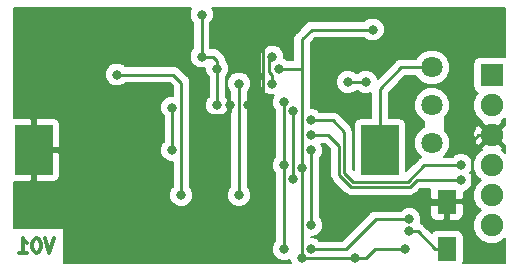
<source format=gbr>
G04 #@! TF.GenerationSoftware,KiCad,Pcbnew,(5.0.2)-1*
G04 #@! TF.CreationDate,2019-01-05T19:06:30+01:00*
G04 #@! TF.ProjectId,DrumMetter,4472756d-4d65-4747-9465-722e6b696361,01*
G04 #@! TF.SameCoordinates,Original*
G04 #@! TF.FileFunction,Copper,L2,Bot*
G04 #@! TF.FilePolarity,Positive*
%FSLAX46Y46*%
G04 Gerber Fmt 4.6, Leading zero omitted, Abs format (unit mm)*
G04 Created by KiCad (PCBNEW (5.0.2)-1) date 05.01.2019 19:06:30*
%MOMM*%
%LPD*%
G01*
G04 APERTURE LIST*
G04 #@! TA.AperFunction,NonConductor*
%ADD10C,0.300000*%
G04 #@! TD*
G04 #@! TA.AperFunction,ComponentPad*
%ADD11C,1.900000*%
G04 #@! TD*
G04 #@! TA.AperFunction,ComponentPad*
%ADD12R,1.900000X1.900000*%
G04 #@! TD*
G04 #@! TA.AperFunction,SMDPad,CuDef*
%ADD13R,1.600000X2.000000*%
G04 #@! TD*
G04 #@! TA.AperFunction,ComponentPad*
%ADD14C,1.800000*%
G04 #@! TD*
G04 #@! TA.AperFunction,SMDPad,CuDef*
%ADD15R,3.200000X4.200000*%
G04 #@! TD*
G04 #@! TA.AperFunction,ViaPad*
%ADD16C,0.800000*%
G04 #@! TD*
G04 #@! TA.AperFunction,Conductor*
%ADD17C,0.250000*%
G04 #@! TD*
G04 #@! TA.AperFunction,Conductor*
%ADD18C,0.203200*%
G04 #@! TD*
G04 APERTURE END LIST*
D10*
X144114857Y-93710857D02*
X143714857Y-94910857D01*
X143314857Y-93710857D01*
X142686285Y-93710857D02*
X142572000Y-93710857D01*
X142457714Y-93768000D01*
X142400571Y-93825142D01*
X142343428Y-93939428D01*
X142286285Y-94168000D01*
X142286285Y-94453714D01*
X142343428Y-94682285D01*
X142400571Y-94796571D01*
X142457714Y-94853714D01*
X142572000Y-94910857D01*
X142686285Y-94910857D01*
X142800571Y-94853714D01*
X142857714Y-94796571D01*
X142914857Y-94682285D01*
X142972000Y-94453714D01*
X142972000Y-94168000D01*
X142914857Y-93939428D01*
X142857714Y-93825142D01*
X142800571Y-93768000D01*
X142686285Y-93710857D01*
X141143428Y-94910857D02*
X141829142Y-94910857D01*
X141486285Y-94910857D02*
X141486285Y-93710857D01*
X141600571Y-93882285D01*
X141714857Y-93996571D01*
X141829142Y-94053714D01*
D11*
G04 #@! TO.P,J1,6*
G04 #@! TO.N,N/C*
X181180000Y-92590000D03*
G04 #@! TO.P,J1,5*
G04 #@! TO.N,/ICSPCLK*
X181180000Y-90050000D03*
G04 #@! TO.P,J1,4*
G04 #@! TO.N,/ICSPDAT*
X181180000Y-87510000D03*
G04 #@! TO.P,J1,3*
G04 #@! TO.N,GND*
X181180000Y-84970000D03*
G04 #@! TO.P,J1,2*
G04 #@! TO.N,Net-(J1-Pad2)*
X181180000Y-82430000D03*
D12*
G04 #@! TO.P,J1,1*
G04 #@! TO.N,Net-(J1-Pad1)*
X181180000Y-79890000D03*
G04 #@! TD*
D13*
G04 #@! TO.P,C5,2*
G04 #@! TO.N,GND*
X177370000Y-90590000D03*
G04 #@! TO.P,C5,1*
G04 #@! TO.N,Net-(C5-Pad1)*
X177370000Y-94590000D03*
G04 #@! TD*
D14*
G04 #@! TO.P,Sw1,1*
G04 #@! TO.N,/3V*
X176100000Y-79230000D03*
G04 #@! TO.P,Sw1,2*
G04 #@! TO.N,Net-(C1-Pad1)*
X176100000Y-82430000D03*
G04 #@! TO.P,Sw1,3*
G04 #@! TO.N,Net-(J1-Pad2)*
X176100000Y-85630000D03*
G04 #@! TD*
D15*
G04 #@! TO.P,BT1,2*
G04 #@! TO.N,GND*
X142400000Y-86240000D03*
G04 #@! TO.P,BT1,1*
G04 #@! TO.N,/3V*
X171700000Y-86240000D03*
G04 #@! TD*
D16*
G04 #@! TO.N,GND*
X161812500Y-77350000D03*
X160542500Y-82430000D03*
X161812500Y-75381500D03*
X159018500Y-82430000D03*
X155907000Y-79318500D03*
X173687000Y-90748500D03*
X167527500Y-93606000D03*
X167527500Y-91256500D03*
X155907000Y-91320000D03*
X169242000Y-90748500D03*
X143080000Y-74746500D03*
G04 #@! TO.N,Net-(C1-Pad1)*
X162574500Y-80588500D03*
X162574500Y-78302500D03*
X170512000Y-80461500D03*
X168988000Y-80461500D03*
G04 #@! TO.N,VCC*
X157939000Y-82430000D03*
X156605500Y-78302500D03*
X156605500Y-74746500D03*
X157939000Y-79318500D03*
X165114500Y-87764000D03*
X163146000Y-79350000D03*
X169623000Y-95384000D03*
X173814000Y-94622000D03*
X165114500Y-95384000D03*
X171083500Y-76016500D03*
G04 #@! TO.N,Net-(C5-Pad1)*
X174195000Y-93098000D03*
G04 #@! TO.N,Net-(J1-Pad1)*
X154129000Y-86240000D03*
X154129000Y-82620500D03*
G04 #@! TO.N,/ICSPDAT*
X165876500Y-83700000D03*
X178576500Y-87510000D03*
G04 #@! TO.N,/ICSPCLK*
X165876500Y-84970000D03*
X178576500Y-88780000D03*
G04 #@! TO.N,/LED_RED*
X154891000Y-90050000D03*
X149430000Y-79826500D03*
G04 #@! TO.N,/LED_GREEN*
X159780500Y-90050000D03*
X159780500Y-80588500D03*
G04 #@! TO.N,/SDA*
X164352500Y-88653000D03*
X164352500Y-82938000D03*
G04 #@! TO.N,/SCL*
X163590500Y-87510000D03*
X163590500Y-94622000D03*
X165876500Y-94622000D03*
X174195000Y-92082000D03*
X163590500Y-82176000D03*
G04 #@! TO.N,/INT1*
X165876500Y-86240000D03*
X165876500Y-92590000D03*
G04 #@! TD*
D17*
G04 #@! TO.N,/3V*
X171700000Y-86240000D02*
X171700000Y-81051500D01*
X173521500Y-79230000D02*
X176100000Y-79230000D01*
X171700000Y-81051500D02*
X173521500Y-79230000D01*
G04 #@! TO.N,GND*
X161241000Y-82430000D02*
X160542500Y-82430000D01*
X161812500Y-81858500D02*
X161241000Y-82430000D01*
X161812500Y-77350000D02*
X161812500Y-81858500D01*
X161812500Y-75381500D02*
X161812500Y-77350000D01*
X158764500Y-83255500D02*
X155907000Y-83255500D01*
X159018500Y-82430000D02*
X159018500Y-83001500D01*
X159018500Y-83001500D02*
X158764500Y-83255500D01*
X142400000Y-86240000D02*
X142400000Y-79681000D01*
X142400000Y-78982500D02*
X142400000Y-79681000D01*
X142699000Y-78683500D02*
X142400000Y-78982500D01*
X143397500Y-78683500D02*
X143080000Y-78683500D01*
X143397500Y-78683500D02*
X154319500Y-78683500D01*
X154319500Y-78683500D02*
X154954500Y-79318500D01*
X154954500Y-79318500D02*
X155907000Y-79318500D01*
X155907000Y-79318500D02*
X155907000Y-83255500D01*
X167527500Y-93606000D02*
X167527500Y-91256500D01*
X155907000Y-83255500D02*
X155907000Y-91320000D01*
X173687000Y-90748500D02*
X169242000Y-90748500D01*
X173687000Y-90748500D02*
X177211500Y-90748500D01*
X177211500Y-90748500D02*
X177370000Y-90590000D01*
X177370000Y-90590000D02*
X178989000Y-90590000D01*
X179465500Y-90113500D02*
X179465500Y-85541500D01*
X178989000Y-90590000D02*
X179465500Y-90113500D01*
X180037000Y-84970000D02*
X181180000Y-84970000D01*
X179465500Y-85541500D02*
X180037000Y-84970000D01*
X143080000Y-78683500D02*
X142699000Y-78683500D01*
X143080000Y-74746500D02*
X143080000Y-78683500D01*
G04 #@! TO.N,Net-(C1-Pad1)*
X162574500Y-79890000D02*
X162574500Y-80588500D01*
X162320500Y-79636000D02*
X162574500Y-79890000D01*
X162320500Y-78556500D02*
X162320500Y-79636000D01*
X162574500Y-78302500D02*
X162320500Y-78556500D01*
X168988000Y-80461500D02*
X170512000Y-80461500D01*
G04 #@! TO.N,VCC*
X157939000Y-82430000D02*
X157939000Y-79318500D01*
X157939000Y-79318500D02*
X157939000Y-78683500D01*
X157558000Y-78302500D02*
X156605500Y-78302500D01*
X157939000Y-78683500D02*
X157558000Y-78302500D01*
X156605500Y-74746500D02*
X156605500Y-78302500D01*
X165114500Y-79763000D02*
X165114500Y-87764000D01*
X164701500Y-79350000D02*
X163146000Y-79350000D01*
X170512000Y-95384000D02*
X169623000Y-95384000D01*
X173814000Y-94622000D02*
X171274000Y-94622000D01*
X171274000Y-94622000D02*
X170512000Y-95384000D01*
X165114500Y-87764000D02*
X165114500Y-95384000D01*
X169623000Y-95384000D02*
X165114500Y-95384000D01*
X165114500Y-76842000D02*
X165114500Y-79350000D01*
X165114500Y-79350000D02*
X165114500Y-79763000D01*
X165940000Y-76016500D02*
X165114500Y-76842000D01*
X171083500Y-76016500D02*
X165940000Y-76016500D01*
X164701500Y-79350000D02*
X165114500Y-79350000D01*
G04 #@! TO.N,Net-(C5-Pad1)*
X174893500Y-93098000D02*
X174195000Y-93098000D01*
X176385500Y-94590000D02*
X174893500Y-93098000D01*
X176385500Y-94590000D02*
X177370000Y-94590000D01*
G04 #@! TO.N,Net-(J1-Pad1)*
X154129000Y-86240000D02*
X154129000Y-82620500D01*
G04 #@! TO.N,/ICSPDAT*
X175465000Y-87510000D02*
X178576500Y-87510000D01*
X174068000Y-88907000D02*
X175465000Y-87510000D01*
X169432500Y-88907000D02*
X174068000Y-88907000D01*
X168670500Y-88145000D02*
X169432500Y-88907000D01*
X168670500Y-85414500D02*
X168670500Y-88145000D01*
X168670500Y-85414500D02*
X168670500Y-84652500D01*
X167718000Y-83700000D02*
X166829000Y-83700000D01*
X168670500Y-84652500D02*
X167718000Y-83700000D01*
X165876500Y-83700000D02*
X166829000Y-83700000D01*
G04 #@! TO.N,/ICSPCLK*
X178576500Y-88780000D02*
X176354000Y-88780000D01*
X176354000Y-88780000D02*
X174831398Y-88780000D01*
X168220498Y-85853498D02*
X167337000Y-84970000D01*
X168220498Y-88331396D02*
X168220498Y-85853498D01*
X169246104Y-89357002D02*
X168220498Y-88331396D01*
X174254396Y-89357002D02*
X169246104Y-89357002D01*
X174831398Y-88780000D02*
X174254396Y-89357002D01*
X167337000Y-84970000D02*
X165876500Y-84970000D01*
G04 #@! TO.N,/LED_RED*
X154891000Y-90050000D02*
X154891000Y-80525000D01*
X154891000Y-80525000D02*
X154192500Y-79826500D01*
X149430000Y-79826500D02*
X154192500Y-79826500D01*
G04 #@! TO.N,/LED_GREEN*
X159780500Y-90050000D02*
X159780500Y-80588500D01*
G04 #@! TO.N,/SDA*
X164352500Y-88653000D02*
X164352500Y-82938000D01*
G04 #@! TO.N,/SCL*
X163590500Y-87510000D02*
X163590500Y-93098000D01*
X163590500Y-94622000D02*
X163590500Y-93098000D01*
X168797500Y-94622000D02*
X165876500Y-94622000D01*
X174195000Y-92082000D02*
X171337500Y-92082000D01*
X163590500Y-82176000D02*
X163590500Y-87510000D01*
X171337500Y-92082000D02*
X168797500Y-94622000D01*
G04 #@! TO.N,/INT1*
X165876500Y-92590000D02*
X165876500Y-86240000D01*
G04 #@! TD*
D18*
G04 #@! TO.N,GND*
G36*
X155595900Y-74545678D02*
X155595900Y-74947322D01*
X155749603Y-75318392D01*
X155870900Y-75439689D01*
X155870901Y-77609310D01*
X155749603Y-77730608D01*
X155595900Y-78101678D01*
X155595900Y-78503322D01*
X155749603Y-78874392D01*
X156033608Y-79158397D01*
X156404678Y-79312100D01*
X156806322Y-79312100D01*
X156929400Y-79261119D01*
X156929400Y-79519322D01*
X157083103Y-79890392D01*
X157204401Y-80011690D01*
X157204400Y-81736811D01*
X157083103Y-81858108D01*
X156929400Y-82229178D01*
X156929400Y-82630822D01*
X157083103Y-83001892D01*
X157367108Y-83285897D01*
X157738178Y-83439600D01*
X158139822Y-83439600D01*
X158510892Y-83285897D01*
X158794897Y-83001892D01*
X158948600Y-82630822D01*
X158948600Y-82229178D01*
X158794897Y-81858108D01*
X158673600Y-81736811D01*
X158673600Y-80387678D01*
X158770900Y-80387678D01*
X158770900Y-80789322D01*
X158924603Y-81160392D01*
X159045901Y-81281690D01*
X159045900Y-89356811D01*
X158924603Y-89478108D01*
X158770900Y-89849178D01*
X158770900Y-90250822D01*
X158924603Y-90621892D01*
X159208608Y-90905897D01*
X159579678Y-91059600D01*
X159981322Y-91059600D01*
X160352392Y-90905897D01*
X160636397Y-90621892D01*
X160790100Y-90250822D01*
X160790100Y-89849178D01*
X160636397Y-89478108D01*
X160515100Y-89356811D01*
X160515100Y-81281689D01*
X160636397Y-81160392D01*
X160790100Y-80789322D01*
X160790100Y-80387678D01*
X160636397Y-80016608D01*
X160352392Y-79732603D01*
X159981322Y-79578900D01*
X159579678Y-79578900D01*
X159208608Y-79732603D01*
X158924603Y-80016608D01*
X158770900Y-80387678D01*
X158673600Y-80387678D01*
X158673600Y-80011689D01*
X158794897Y-79890392D01*
X158948600Y-79519322D01*
X158948600Y-79117678D01*
X158794897Y-78746608D01*
X158677116Y-78628827D01*
X158669219Y-78589126D01*
X158630977Y-78396874D01*
X158468617Y-78153883D01*
X158407280Y-78112899D01*
X158128602Y-77834222D01*
X158087617Y-77772883D01*
X157844626Y-77610523D01*
X157630348Y-77567900D01*
X157630346Y-77567900D01*
X157558000Y-77553509D01*
X157485654Y-77567900D01*
X157340100Y-77567900D01*
X157340100Y-75439689D01*
X157461397Y-75318392D01*
X157615100Y-74947322D01*
X157615100Y-74545678D01*
X157465536Y-74184600D01*
X182315400Y-74184600D01*
X182315400Y-78355336D01*
X182130000Y-78318458D01*
X180230000Y-78318458D01*
X179992146Y-78365770D01*
X179790503Y-78500503D01*
X179655770Y-78702146D01*
X179608458Y-78940000D01*
X179608458Y-80840000D01*
X179655770Y-81077854D01*
X179790503Y-81279497D01*
X179990957Y-81413436D01*
X179857835Y-81546558D01*
X179620400Y-82119776D01*
X179620400Y-82740224D01*
X179857835Y-83313442D01*
X180296558Y-83752165D01*
X180312251Y-83758665D01*
X180276845Y-83851319D01*
X181180000Y-84754474D01*
X182083155Y-83851319D01*
X182047749Y-83758665D01*
X182063442Y-83752165D01*
X182315400Y-83500207D01*
X182315400Y-84073234D01*
X182298681Y-84066845D01*
X181395526Y-84970000D01*
X182298681Y-85873155D01*
X182315401Y-85866766D01*
X182315401Y-86439794D01*
X182063442Y-86187835D01*
X182047749Y-86181335D01*
X182083155Y-86088681D01*
X181180000Y-85185526D01*
X180276845Y-86088681D01*
X180312251Y-86181335D01*
X180296558Y-86187835D01*
X179857835Y-86626558D01*
X179620400Y-87199776D01*
X179620400Y-87820224D01*
X179857835Y-88393442D01*
X180244393Y-88780000D01*
X179857835Y-89166558D01*
X179620400Y-89739776D01*
X179620400Y-90360224D01*
X179857835Y-90933442D01*
X180244393Y-91320000D01*
X179857835Y-91706558D01*
X179620400Y-92279776D01*
X179620400Y-92900224D01*
X179857835Y-93473442D01*
X180296558Y-93912165D01*
X180869776Y-94149600D01*
X181490224Y-94149600D01*
X182063442Y-93912165D01*
X182315401Y-93660206D01*
X182315401Y-95815400D01*
X178746707Y-95815400D01*
X178791542Y-95590000D01*
X178791542Y-93590000D01*
X178744230Y-93352146D01*
X178609497Y-93150503D01*
X178407854Y-93015770D01*
X178170000Y-92968458D01*
X176570000Y-92968458D01*
X176332146Y-93015770D01*
X176130503Y-93150503D01*
X176072176Y-93237796D01*
X175464102Y-92629722D01*
X175423117Y-92568383D01*
X175180126Y-92406023D01*
X175155590Y-92401142D01*
X175204600Y-92282822D01*
X175204600Y-91881178D01*
X175050897Y-91510108D01*
X174766892Y-91226103D01*
X174395822Y-91072400D01*
X173994178Y-91072400D01*
X173623108Y-91226103D01*
X173501811Y-91347400D01*
X171409846Y-91347400D01*
X171337499Y-91333009D01*
X171265153Y-91347400D01*
X171265152Y-91347400D01*
X171050874Y-91390023D01*
X170807883Y-91552383D01*
X170766902Y-91613716D01*
X168493220Y-93887400D01*
X166569689Y-93887400D01*
X166448392Y-93766103D01*
X166077322Y-93612400D01*
X165849100Y-93612400D01*
X165849100Y-93599600D01*
X166077322Y-93599600D01*
X166448392Y-93445897D01*
X166732397Y-93161892D01*
X166886100Y-92790822D01*
X166886100Y-92389178D01*
X166732397Y-92018108D01*
X166611100Y-91896811D01*
X166611100Y-90894800D01*
X175960400Y-90894800D01*
X175960400Y-91711257D01*
X176053206Y-91935311D01*
X176224689Y-92106794D01*
X176448743Y-92199600D01*
X177065200Y-92199600D01*
X177217600Y-92047200D01*
X177217600Y-90742400D01*
X177522400Y-90742400D01*
X177522400Y-92047200D01*
X177674800Y-92199600D01*
X178291257Y-92199600D01*
X178515311Y-92106794D01*
X178686794Y-91935311D01*
X178779600Y-91711257D01*
X178779600Y-90894800D01*
X178627200Y-90742400D01*
X177522400Y-90742400D01*
X177217600Y-90742400D01*
X176112800Y-90742400D01*
X175960400Y-90894800D01*
X166611100Y-90894800D01*
X166611100Y-86933189D01*
X166732397Y-86811892D01*
X166886100Y-86440822D01*
X166886100Y-86039178D01*
X166747513Y-85704600D01*
X167032720Y-85704600D01*
X167485899Y-86157780D01*
X167485898Y-88259049D01*
X167471507Y-88331396D01*
X167485898Y-88403742D01*
X167485898Y-88403743D01*
X167528521Y-88618021D01*
X167690881Y-88861013D01*
X167752220Y-88901998D01*
X168675504Y-89825283D01*
X168716487Y-89886619D01*
X168959478Y-90048979D01*
X169173756Y-90091602D01*
X169173757Y-90091602D01*
X169246104Y-90105993D01*
X169318450Y-90091602D01*
X174182050Y-90091602D01*
X174254396Y-90105993D01*
X174326742Y-90091602D01*
X174326744Y-90091602D01*
X174541022Y-90048979D01*
X174784013Y-89886619D01*
X174824998Y-89825280D01*
X175135679Y-89514600D01*
X175960400Y-89514600D01*
X175960400Y-90285200D01*
X176112800Y-90437600D01*
X177217600Y-90437600D01*
X177217600Y-90417600D01*
X177522400Y-90417600D01*
X177522400Y-90437600D01*
X178627200Y-90437600D01*
X178779600Y-90285200D01*
X178779600Y-89788656D01*
X179148392Y-89635897D01*
X179432397Y-89351892D01*
X179586100Y-88980822D01*
X179586100Y-88579178D01*
X179432397Y-88208108D01*
X179369289Y-88145000D01*
X179432397Y-88081892D01*
X179586100Y-87710822D01*
X179586100Y-87309178D01*
X179432397Y-86938108D01*
X179148392Y-86654103D01*
X178777322Y-86500400D01*
X178375678Y-86500400D01*
X178004608Y-86654103D01*
X177883311Y-86775400D01*
X177089497Y-86775400D01*
X177379777Y-86485120D01*
X177609600Y-85930278D01*
X177609600Y-85329722D01*
X177379777Y-84774880D01*
X177353580Y-84748683D01*
X179605323Y-84748683D01*
X179640494Y-85368132D01*
X179809882Y-85777073D01*
X180061319Y-85873155D01*
X180964474Y-84970000D01*
X180061319Y-84066845D01*
X179809882Y-84162927D01*
X179605323Y-84748683D01*
X177353580Y-84748683D01*
X177217600Y-84612703D01*
X177217600Y-83447297D01*
X177379777Y-83285120D01*
X177609600Y-82730278D01*
X177609600Y-82129722D01*
X177379777Y-81574880D01*
X176955120Y-81150223D01*
X176400278Y-80920400D01*
X175799722Y-80920400D01*
X175244880Y-81150223D01*
X174820223Y-81574880D01*
X174590400Y-82129722D01*
X174590400Y-82730278D01*
X174820223Y-83285120D01*
X175244880Y-83709777D01*
X175446035Y-83793098D01*
X175462710Y-84259995D01*
X175244880Y-84350223D01*
X174820223Y-84774880D01*
X174590400Y-85329722D01*
X174590400Y-85930278D01*
X174820223Y-86485120D01*
X175163239Y-86828136D01*
X174935383Y-86980383D01*
X174894402Y-87041717D01*
X173921542Y-88014577D01*
X173921542Y-84140000D01*
X173874230Y-83902146D01*
X173739497Y-83700503D01*
X173537854Y-83565770D01*
X173300000Y-83518458D01*
X172434600Y-83518458D01*
X172434600Y-81355780D01*
X173825781Y-79964600D01*
X174770302Y-79964600D01*
X174820223Y-80085120D01*
X175244880Y-80509777D01*
X175799722Y-80739600D01*
X176400278Y-80739600D01*
X176955120Y-80509777D01*
X177379777Y-80085120D01*
X177609600Y-79530278D01*
X177609600Y-78929722D01*
X177379777Y-78374880D01*
X176955120Y-77950223D01*
X176400278Y-77720400D01*
X175799722Y-77720400D01*
X175244880Y-77950223D01*
X174820223Y-78374880D01*
X174770302Y-78495400D01*
X173593846Y-78495400D01*
X173521499Y-78481009D01*
X173449153Y-78495400D01*
X173449152Y-78495400D01*
X173234874Y-78538023D01*
X172991883Y-78700383D01*
X172950900Y-78761719D01*
X171501198Y-80211422D01*
X171367897Y-79889608D01*
X171083892Y-79605603D01*
X170712822Y-79451900D01*
X170311178Y-79451900D01*
X169940108Y-79605603D01*
X169818811Y-79726900D01*
X169681189Y-79726900D01*
X169559892Y-79605603D01*
X169188822Y-79451900D01*
X168787178Y-79451900D01*
X168416108Y-79605603D01*
X168132103Y-79889608D01*
X167978400Y-80260678D01*
X167978400Y-80662322D01*
X168132103Y-81033392D01*
X168416108Y-81317397D01*
X168787178Y-81471100D01*
X169188822Y-81471100D01*
X169559892Y-81317397D01*
X169681189Y-81196100D01*
X169818811Y-81196100D01*
X169940108Y-81317397D01*
X170311178Y-81471100D01*
X170712822Y-81471100D01*
X170965401Y-81366478D01*
X170965401Y-83518458D01*
X170100000Y-83518458D01*
X169862146Y-83565770D01*
X169660503Y-83700503D01*
X169525770Y-83902146D01*
X169478458Y-84140000D01*
X169478458Y-87914078D01*
X169405100Y-87840720D01*
X169405100Y-84724846D01*
X169419491Y-84652499D01*
X169377298Y-84440384D01*
X169362477Y-84365874D01*
X169200117Y-84122883D01*
X169138783Y-84081901D01*
X168288602Y-83231722D01*
X168247617Y-83170383D01*
X168004626Y-83008023D01*
X167790348Y-82965400D01*
X167790346Y-82965400D01*
X167718000Y-82951009D01*
X167645654Y-82965400D01*
X166569689Y-82965400D01*
X166448392Y-82844103D01*
X166077322Y-82690400D01*
X165849100Y-82690400D01*
X165849100Y-79422348D01*
X165863491Y-79350000D01*
X165849100Y-79277652D01*
X165849100Y-77146281D01*
X166244281Y-76751100D01*
X170390311Y-76751100D01*
X170511608Y-76872397D01*
X170882678Y-77026100D01*
X171284322Y-77026100D01*
X171655392Y-76872397D01*
X171939397Y-76588392D01*
X172093100Y-76217322D01*
X172093100Y-75815678D01*
X171939397Y-75444608D01*
X171655392Y-75160603D01*
X171284322Y-75006900D01*
X170882678Y-75006900D01*
X170511608Y-75160603D01*
X170390311Y-75281900D01*
X166012346Y-75281900D01*
X165939999Y-75267509D01*
X165867653Y-75281900D01*
X165867652Y-75281900D01*
X165653374Y-75324523D01*
X165410383Y-75486883D01*
X165369401Y-75548217D01*
X164646222Y-76271398D01*
X164584883Y-76312383D01*
X164422523Y-76555375D01*
X164379900Y-76769652D01*
X164365509Y-76842000D01*
X164379900Y-76914347D01*
X164379901Y-78615400D01*
X163839189Y-78615400D01*
X163717892Y-78494103D01*
X163584100Y-78438684D01*
X163584100Y-78101678D01*
X163430397Y-77730608D01*
X163146392Y-77446603D01*
X162775322Y-77292900D01*
X162373678Y-77292900D01*
X162002608Y-77446603D01*
X161718603Y-77730608D01*
X161564900Y-78101678D01*
X161564900Y-78503322D01*
X161576511Y-78531353D01*
X161571509Y-78556500D01*
X161585900Y-78628847D01*
X161585901Y-79563649D01*
X161571509Y-79636000D01*
X161611163Y-79835347D01*
X161628524Y-79922626D01*
X161708162Y-80041814D01*
X161564900Y-80387678D01*
X161564900Y-80789322D01*
X161718603Y-81160392D01*
X162002608Y-81444397D01*
X162373678Y-81598100D01*
X162740611Y-81598100D01*
X162734603Y-81604108D01*
X162580900Y-81975178D01*
X162580900Y-82376822D01*
X162734603Y-82747892D01*
X162855900Y-82869189D01*
X162855901Y-86816810D01*
X162734603Y-86938108D01*
X162580900Y-87309178D01*
X162580900Y-87710822D01*
X162734603Y-88081892D01*
X162855900Y-88203189D01*
X162855901Y-93025652D01*
X162855900Y-93928811D01*
X162734603Y-94050108D01*
X162580900Y-94421178D01*
X162580900Y-94822822D01*
X162734603Y-95193892D01*
X163018608Y-95477897D01*
X163389678Y-95631600D01*
X163791322Y-95631600D01*
X164104900Y-95501711D01*
X164104900Y-95584822D01*
X164200409Y-95815400D01*
X144988743Y-95815400D01*
X144988743Y-92819400D01*
X140684600Y-92819400D01*
X140684600Y-88949600D01*
X142095200Y-88949600D01*
X142247600Y-88797200D01*
X142247600Y-86392400D01*
X142552400Y-86392400D01*
X142552400Y-88797200D01*
X142704800Y-88949600D01*
X144121257Y-88949600D01*
X144345311Y-88856794D01*
X144516794Y-88685311D01*
X144609600Y-88461257D01*
X144609600Y-86544800D01*
X144457200Y-86392400D01*
X142552400Y-86392400D01*
X142247600Y-86392400D01*
X142227600Y-86392400D01*
X142227600Y-86087600D01*
X142247600Y-86087600D01*
X142247600Y-83682800D01*
X142552400Y-83682800D01*
X142552400Y-86087600D01*
X144457200Y-86087600D01*
X144609600Y-85935200D01*
X144609600Y-84018743D01*
X144516794Y-83794689D01*
X144345311Y-83623206D01*
X144121257Y-83530400D01*
X142704800Y-83530400D01*
X142552400Y-83682800D01*
X142247600Y-83682800D01*
X142095200Y-83530400D01*
X140684600Y-83530400D01*
X140684600Y-79625678D01*
X148420400Y-79625678D01*
X148420400Y-80027322D01*
X148574103Y-80398392D01*
X148858108Y-80682397D01*
X149229178Y-80836100D01*
X149630822Y-80836100D01*
X150001892Y-80682397D01*
X150123189Y-80561100D01*
X153888219Y-80561100D01*
X154156401Y-80829282D01*
X154156401Y-81610900D01*
X153928178Y-81610900D01*
X153557108Y-81764603D01*
X153273103Y-82048608D01*
X153119400Y-82419678D01*
X153119400Y-82821322D01*
X153273103Y-83192392D01*
X153394401Y-83313690D01*
X153394400Y-85546811D01*
X153273103Y-85668108D01*
X153119400Y-86039178D01*
X153119400Y-86440822D01*
X153273103Y-86811892D01*
X153557108Y-87095897D01*
X153928178Y-87249600D01*
X154156400Y-87249600D01*
X154156400Y-89356811D01*
X154035103Y-89478108D01*
X153881400Y-89849178D01*
X153881400Y-90250822D01*
X154035103Y-90621892D01*
X154319108Y-90905897D01*
X154690178Y-91059600D01*
X155091822Y-91059600D01*
X155462892Y-90905897D01*
X155746897Y-90621892D01*
X155900600Y-90250822D01*
X155900600Y-89849178D01*
X155746897Y-89478108D01*
X155625600Y-89356811D01*
X155625600Y-80597346D01*
X155639991Y-80524999D01*
X155625600Y-80452652D01*
X155582977Y-80238374D01*
X155420617Y-79995383D01*
X155359283Y-79954401D01*
X154763102Y-79358221D01*
X154722117Y-79296883D01*
X154479126Y-79134523D01*
X154264848Y-79091900D01*
X154264846Y-79091900D01*
X154192500Y-79077509D01*
X154120154Y-79091900D01*
X150123189Y-79091900D01*
X150001892Y-78970603D01*
X149630822Y-78816900D01*
X149229178Y-78816900D01*
X148858108Y-78970603D01*
X148574103Y-79254608D01*
X148420400Y-79625678D01*
X140684600Y-79625678D01*
X140684600Y-74184600D01*
X155745464Y-74184600D01*
X155595900Y-74545678D01*
X155595900Y-74545678D01*
G37*
X155595900Y-74545678D02*
X155595900Y-74947322D01*
X155749603Y-75318392D01*
X155870900Y-75439689D01*
X155870901Y-77609310D01*
X155749603Y-77730608D01*
X155595900Y-78101678D01*
X155595900Y-78503322D01*
X155749603Y-78874392D01*
X156033608Y-79158397D01*
X156404678Y-79312100D01*
X156806322Y-79312100D01*
X156929400Y-79261119D01*
X156929400Y-79519322D01*
X157083103Y-79890392D01*
X157204401Y-80011690D01*
X157204400Y-81736811D01*
X157083103Y-81858108D01*
X156929400Y-82229178D01*
X156929400Y-82630822D01*
X157083103Y-83001892D01*
X157367108Y-83285897D01*
X157738178Y-83439600D01*
X158139822Y-83439600D01*
X158510892Y-83285897D01*
X158794897Y-83001892D01*
X158948600Y-82630822D01*
X158948600Y-82229178D01*
X158794897Y-81858108D01*
X158673600Y-81736811D01*
X158673600Y-80387678D01*
X158770900Y-80387678D01*
X158770900Y-80789322D01*
X158924603Y-81160392D01*
X159045901Y-81281690D01*
X159045900Y-89356811D01*
X158924603Y-89478108D01*
X158770900Y-89849178D01*
X158770900Y-90250822D01*
X158924603Y-90621892D01*
X159208608Y-90905897D01*
X159579678Y-91059600D01*
X159981322Y-91059600D01*
X160352392Y-90905897D01*
X160636397Y-90621892D01*
X160790100Y-90250822D01*
X160790100Y-89849178D01*
X160636397Y-89478108D01*
X160515100Y-89356811D01*
X160515100Y-81281689D01*
X160636397Y-81160392D01*
X160790100Y-80789322D01*
X160790100Y-80387678D01*
X160636397Y-80016608D01*
X160352392Y-79732603D01*
X159981322Y-79578900D01*
X159579678Y-79578900D01*
X159208608Y-79732603D01*
X158924603Y-80016608D01*
X158770900Y-80387678D01*
X158673600Y-80387678D01*
X158673600Y-80011689D01*
X158794897Y-79890392D01*
X158948600Y-79519322D01*
X158948600Y-79117678D01*
X158794897Y-78746608D01*
X158677116Y-78628827D01*
X158669219Y-78589126D01*
X158630977Y-78396874D01*
X158468617Y-78153883D01*
X158407280Y-78112899D01*
X158128602Y-77834222D01*
X158087617Y-77772883D01*
X157844626Y-77610523D01*
X157630348Y-77567900D01*
X157630346Y-77567900D01*
X157558000Y-77553509D01*
X157485654Y-77567900D01*
X157340100Y-77567900D01*
X157340100Y-75439689D01*
X157461397Y-75318392D01*
X157615100Y-74947322D01*
X157615100Y-74545678D01*
X157465536Y-74184600D01*
X182315400Y-74184600D01*
X182315400Y-78355336D01*
X182130000Y-78318458D01*
X180230000Y-78318458D01*
X179992146Y-78365770D01*
X179790503Y-78500503D01*
X179655770Y-78702146D01*
X179608458Y-78940000D01*
X179608458Y-80840000D01*
X179655770Y-81077854D01*
X179790503Y-81279497D01*
X179990957Y-81413436D01*
X179857835Y-81546558D01*
X179620400Y-82119776D01*
X179620400Y-82740224D01*
X179857835Y-83313442D01*
X180296558Y-83752165D01*
X180312251Y-83758665D01*
X180276845Y-83851319D01*
X181180000Y-84754474D01*
X182083155Y-83851319D01*
X182047749Y-83758665D01*
X182063442Y-83752165D01*
X182315400Y-83500207D01*
X182315400Y-84073234D01*
X182298681Y-84066845D01*
X181395526Y-84970000D01*
X182298681Y-85873155D01*
X182315401Y-85866766D01*
X182315401Y-86439794D01*
X182063442Y-86187835D01*
X182047749Y-86181335D01*
X182083155Y-86088681D01*
X181180000Y-85185526D01*
X180276845Y-86088681D01*
X180312251Y-86181335D01*
X180296558Y-86187835D01*
X179857835Y-86626558D01*
X179620400Y-87199776D01*
X179620400Y-87820224D01*
X179857835Y-88393442D01*
X180244393Y-88780000D01*
X179857835Y-89166558D01*
X179620400Y-89739776D01*
X179620400Y-90360224D01*
X179857835Y-90933442D01*
X180244393Y-91320000D01*
X179857835Y-91706558D01*
X179620400Y-92279776D01*
X179620400Y-92900224D01*
X179857835Y-93473442D01*
X180296558Y-93912165D01*
X180869776Y-94149600D01*
X181490224Y-94149600D01*
X182063442Y-93912165D01*
X182315401Y-93660206D01*
X182315401Y-95815400D01*
X178746707Y-95815400D01*
X178791542Y-95590000D01*
X178791542Y-93590000D01*
X178744230Y-93352146D01*
X178609497Y-93150503D01*
X178407854Y-93015770D01*
X178170000Y-92968458D01*
X176570000Y-92968458D01*
X176332146Y-93015770D01*
X176130503Y-93150503D01*
X176072176Y-93237796D01*
X175464102Y-92629722D01*
X175423117Y-92568383D01*
X175180126Y-92406023D01*
X175155590Y-92401142D01*
X175204600Y-92282822D01*
X175204600Y-91881178D01*
X175050897Y-91510108D01*
X174766892Y-91226103D01*
X174395822Y-91072400D01*
X173994178Y-91072400D01*
X173623108Y-91226103D01*
X173501811Y-91347400D01*
X171409846Y-91347400D01*
X171337499Y-91333009D01*
X171265153Y-91347400D01*
X171265152Y-91347400D01*
X171050874Y-91390023D01*
X170807883Y-91552383D01*
X170766902Y-91613716D01*
X168493220Y-93887400D01*
X166569689Y-93887400D01*
X166448392Y-93766103D01*
X166077322Y-93612400D01*
X165849100Y-93612400D01*
X165849100Y-93599600D01*
X166077322Y-93599600D01*
X166448392Y-93445897D01*
X166732397Y-93161892D01*
X166886100Y-92790822D01*
X166886100Y-92389178D01*
X166732397Y-92018108D01*
X166611100Y-91896811D01*
X166611100Y-90894800D01*
X175960400Y-90894800D01*
X175960400Y-91711257D01*
X176053206Y-91935311D01*
X176224689Y-92106794D01*
X176448743Y-92199600D01*
X177065200Y-92199600D01*
X177217600Y-92047200D01*
X177217600Y-90742400D01*
X177522400Y-90742400D01*
X177522400Y-92047200D01*
X177674800Y-92199600D01*
X178291257Y-92199600D01*
X178515311Y-92106794D01*
X178686794Y-91935311D01*
X178779600Y-91711257D01*
X178779600Y-90894800D01*
X178627200Y-90742400D01*
X177522400Y-90742400D01*
X177217600Y-90742400D01*
X176112800Y-90742400D01*
X175960400Y-90894800D01*
X166611100Y-90894800D01*
X166611100Y-86933189D01*
X166732397Y-86811892D01*
X166886100Y-86440822D01*
X166886100Y-86039178D01*
X166747513Y-85704600D01*
X167032720Y-85704600D01*
X167485899Y-86157780D01*
X167485898Y-88259049D01*
X167471507Y-88331396D01*
X167485898Y-88403742D01*
X167485898Y-88403743D01*
X167528521Y-88618021D01*
X167690881Y-88861013D01*
X167752220Y-88901998D01*
X168675504Y-89825283D01*
X168716487Y-89886619D01*
X168959478Y-90048979D01*
X169173756Y-90091602D01*
X169173757Y-90091602D01*
X169246104Y-90105993D01*
X169318450Y-90091602D01*
X174182050Y-90091602D01*
X174254396Y-90105993D01*
X174326742Y-90091602D01*
X174326744Y-90091602D01*
X174541022Y-90048979D01*
X174784013Y-89886619D01*
X174824998Y-89825280D01*
X175135679Y-89514600D01*
X175960400Y-89514600D01*
X175960400Y-90285200D01*
X176112800Y-90437600D01*
X177217600Y-90437600D01*
X177217600Y-90417600D01*
X177522400Y-90417600D01*
X177522400Y-90437600D01*
X178627200Y-90437600D01*
X178779600Y-90285200D01*
X178779600Y-89788656D01*
X179148392Y-89635897D01*
X179432397Y-89351892D01*
X179586100Y-88980822D01*
X179586100Y-88579178D01*
X179432397Y-88208108D01*
X179369289Y-88145000D01*
X179432397Y-88081892D01*
X179586100Y-87710822D01*
X179586100Y-87309178D01*
X179432397Y-86938108D01*
X179148392Y-86654103D01*
X178777322Y-86500400D01*
X178375678Y-86500400D01*
X178004608Y-86654103D01*
X177883311Y-86775400D01*
X177089497Y-86775400D01*
X177379777Y-86485120D01*
X177609600Y-85930278D01*
X177609600Y-85329722D01*
X177379777Y-84774880D01*
X177353580Y-84748683D01*
X179605323Y-84748683D01*
X179640494Y-85368132D01*
X179809882Y-85777073D01*
X180061319Y-85873155D01*
X180964474Y-84970000D01*
X180061319Y-84066845D01*
X179809882Y-84162927D01*
X179605323Y-84748683D01*
X177353580Y-84748683D01*
X177217600Y-84612703D01*
X177217600Y-83447297D01*
X177379777Y-83285120D01*
X177609600Y-82730278D01*
X177609600Y-82129722D01*
X177379777Y-81574880D01*
X176955120Y-81150223D01*
X176400278Y-80920400D01*
X175799722Y-80920400D01*
X175244880Y-81150223D01*
X174820223Y-81574880D01*
X174590400Y-82129722D01*
X174590400Y-82730278D01*
X174820223Y-83285120D01*
X175244880Y-83709777D01*
X175446035Y-83793098D01*
X175462710Y-84259995D01*
X175244880Y-84350223D01*
X174820223Y-84774880D01*
X174590400Y-85329722D01*
X174590400Y-85930278D01*
X174820223Y-86485120D01*
X175163239Y-86828136D01*
X174935383Y-86980383D01*
X174894402Y-87041717D01*
X173921542Y-88014577D01*
X173921542Y-84140000D01*
X173874230Y-83902146D01*
X173739497Y-83700503D01*
X173537854Y-83565770D01*
X173300000Y-83518458D01*
X172434600Y-83518458D01*
X172434600Y-81355780D01*
X173825781Y-79964600D01*
X174770302Y-79964600D01*
X174820223Y-80085120D01*
X175244880Y-80509777D01*
X175799722Y-80739600D01*
X176400278Y-80739600D01*
X176955120Y-80509777D01*
X177379777Y-80085120D01*
X177609600Y-79530278D01*
X177609600Y-78929722D01*
X177379777Y-78374880D01*
X176955120Y-77950223D01*
X176400278Y-77720400D01*
X175799722Y-77720400D01*
X175244880Y-77950223D01*
X174820223Y-78374880D01*
X174770302Y-78495400D01*
X173593846Y-78495400D01*
X173521499Y-78481009D01*
X173449153Y-78495400D01*
X173449152Y-78495400D01*
X173234874Y-78538023D01*
X172991883Y-78700383D01*
X172950900Y-78761719D01*
X171501198Y-80211422D01*
X171367897Y-79889608D01*
X171083892Y-79605603D01*
X170712822Y-79451900D01*
X170311178Y-79451900D01*
X169940108Y-79605603D01*
X169818811Y-79726900D01*
X169681189Y-79726900D01*
X169559892Y-79605603D01*
X169188822Y-79451900D01*
X168787178Y-79451900D01*
X168416108Y-79605603D01*
X168132103Y-79889608D01*
X167978400Y-80260678D01*
X167978400Y-80662322D01*
X168132103Y-81033392D01*
X168416108Y-81317397D01*
X168787178Y-81471100D01*
X169188822Y-81471100D01*
X169559892Y-81317397D01*
X169681189Y-81196100D01*
X169818811Y-81196100D01*
X169940108Y-81317397D01*
X170311178Y-81471100D01*
X170712822Y-81471100D01*
X170965401Y-81366478D01*
X170965401Y-83518458D01*
X170100000Y-83518458D01*
X169862146Y-83565770D01*
X169660503Y-83700503D01*
X169525770Y-83902146D01*
X169478458Y-84140000D01*
X169478458Y-87914078D01*
X169405100Y-87840720D01*
X169405100Y-84724846D01*
X169419491Y-84652499D01*
X169377298Y-84440384D01*
X169362477Y-84365874D01*
X169200117Y-84122883D01*
X169138783Y-84081901D01*
X168288602Y-83231722D01*
X168247617Y-83170383D01*
X168004626Y-83008023D01*
X167790348Y-82965400D01*
X167790346Y-82965400D01*
X167718000Y-82951009D01*
X167645654Y-82965400D01*
X166569689Y-82965400D01*
X166448392Y-82844103D01*
X166077322Y-82690400D01*
X165849100Y-82690400D01*
X165849100Y-79422348D01*
X165863491Y-79350000D01*
X165849100Y-79277652D01*
X165849100Y-77146281D01*
X166244281Y-76751100D01*
X170390311Y-76751100D01*
X170511608Y-76872397D01*
X170882678Y-77026100D01*
X171284322Y-77026100D01*
X171655392Y-76872397D01*
X171939397Y-76588392D01*
X172093100Y-76217322D01*
X172093100Y-75815678D01*
X171939397Y-75444608D01*
X171655392Y-75160603D01*
X171284322Y-75006900D01*
X170882678Y-75006900D01*
X170511608Y-75160603D01*
X170390311Y-75281900D01*
X166012346Y-75281900D01*
X165939999Y-75267509D01*
X165867653Y-75281900D01*
X165867652Y-75281900D01*
X165653374Y-75324523D01*
X165410383Y-75486883D01*
X165369401Y-75548217D01*
X164646222Y-76271398D01*
X164584883Y-76312383D01*
X164422523Y-76555375D01*
X164379900Y-76769652D01*
X164365509Y-76842000D01*
X164379900Y-76914347D01*
X164379901Y-78615400D01*
X163839189Y-78615400D01*
X163717892Y-78494103D01*
X163584100Y-78438684D01*
X163584100Y-78101678D01*
X163430397Y-77730608D01*
X163146392Y-77446603D01*
X162775322Y-77292900D01*
X162373678Y-77292900D01*
X162002608Y-77446603D01*
X161718603Y-77730608D01*
X161564900Y-78101678D01*
X161564900Y-78503322D01*
X161576511Y-78531353D01*
X161571509Y-78556500D01*
X161585900Y-78628847D01*
X161585901Y-79563649D01*
X161571509Y-79636000D01*
X161611163Y-79835347D01*
X161628524Y-79922626D01*
X161708162Y-80041814D01*
X161564900Y-80387678D01*
X161564900Y-80789322D01*
X161718603Y-81160392D01*
X162002608Y-81444397D01*
X162373678Y-81598100D01*
X162740611Y-81598100D01*
X162734603Y-81604108D01*
X162580900Y-81975178D01*
X162580900Y-82376822D01*
X162734603Y-82747892D01*
X162855900Y-82869189D01*
X162855901Y-86816810D01*
X162734603Y-86938108D01*
X162580900Y-87309178D01*
X162580900Y-87710822D01*
X162734603Y-88081892D01*
X162855900Y-88203189D01*
X162855901Y-93025652D01*
X162855900Y-93928811D01*
X162734603Y-94050108D01*
X162580900Y-94421178D01*
X162580900Y-94822822D01*
X162734603Y-95193892D01*
X163018608Y-95477897D01*
X163389678Y-95631600D01*
X163791322Y-95631600D01*
X164104900Y-95501711D01*
X164104900Y-95584822D01*
X164200409Y-95815400D01*
X144988743Y-95815400D01*
X144988743Y-92819400D01*
X140684600Y-92819400D01*
X140684600Y-88949600D01*
X142095200Y-88949600D01*
X142247600Y-88797200D01*
X142247600Y-86392400D01*
X142552400Y-86392400D01*
X142552400Y-88797200D01*
X142704800Y-88949600D01*
X144121257Y-88949600D01*
X144345311Y-88856794D01*
X144516794Y-88685311D01*
X144609600Y-88461257D01*
X144609600Y-86544800D01*
X144457200Y-86392400D01*
X142552400Y-86392400D01*
X142247600Y-86392400D01*
X142227600Y-86392400D01*
X142227600Y-86087600D01*
X142247600Y-86087600D01*
X142247600Y-83682800D01*
X142552400Y-83682800D01*
X142552400Y-86087600D01*
X144457200Y-86087600D01*
X144609600Y-85935200D01*
X144609600Y-84018743D01*
X144516794Y-83794689D01*
X144345311Y-83623206D01*
X144121257Y-83530400D01*
X142704800Y-83530400D01*
X142552400Y-83682800D01*
X142247600Y-83682800D01*
X142095200Y-83530400D01*
X140684600Y-83530400D01*
X140684600Y-79625678D01*
X148420400Y-79625678D01*
X148420400Y-80027322D01*
X148574103Y-80398392D01*
X148858108Y-80682397D01*
X149229178Y-80836100D01*
X149630822Y-80836100D01*
X150001892Y-80682397D01*
X150123189Y-80561100D01*
X153888219Y-80561100D01*
X154156401Y-80829282D01*
X154156401Y-81610900D01*
X153928178Y-81610900D01*
X153557108Y-81764603D01*
X153273103Y-82048608D01*
X153119400Y-82419678D01*
X153119400Y-82821322D01*
X153273103Y-83192392D01*
X153394401Y-83313690D01*
X153394400Y-85546811D01*
X153273103Y-85668108D01*
X153119400Y-86039178D01*
X153119400Y-86440822D01*
X153273103Y-86811892D01*
X153557108Y-87095897D01*
X153928178Y-87249600D01*
X154156400Y-87249600D01*
X154156400Y-89356811D01*
X154035103Y-89478108D01*
X153881400Y-89849178D01*
X153881400Y-90250822D01*
X154035103Y-90621892D01*
X154319108Y-90905897D01*
X154690178Y-91059600D01*
X155091822Y-91059600D01*
X155462892Y-90905897D01*
X155746897Y-90621892D01*
X155900600Y-90250822D01*
X155900600Y-89849178D01*
X155746897Y-89478108D01*
X155625600Y-89356811D01*
X155625600Y-80597346D01*
X155639991Y-80524999D01*
X155625600Y-80452652D01*
X155582977Y-80238374D01*
X155420617Y-79995383D01*
X155359283Y-79954401D01*
X154763102Y-79358221D01*
X154722117Y-79296883D01*
X154479126Y-79134523D01*
X154264848Y-79091900D01*
X154264846Y-79091900D01*
X154192500Y-79077509D01*
X154120154Y-79091900D01*
X150123189Y-79091900D01*
X150001892Y-78970603D01*
X149630822Y-78816900D01*
X149229178Y-78816900D01*
X148858108Y-78970603D01*
X148574103Y-79254608D01*
X148420400Y-79625678D01*
X140684600Y-79625678D01*
X140684600Y-74184600D01*
X155745464Y-74184600D01*
X155595900Y-74545678D01*
G04 #@! TD*
M02*

</source>
